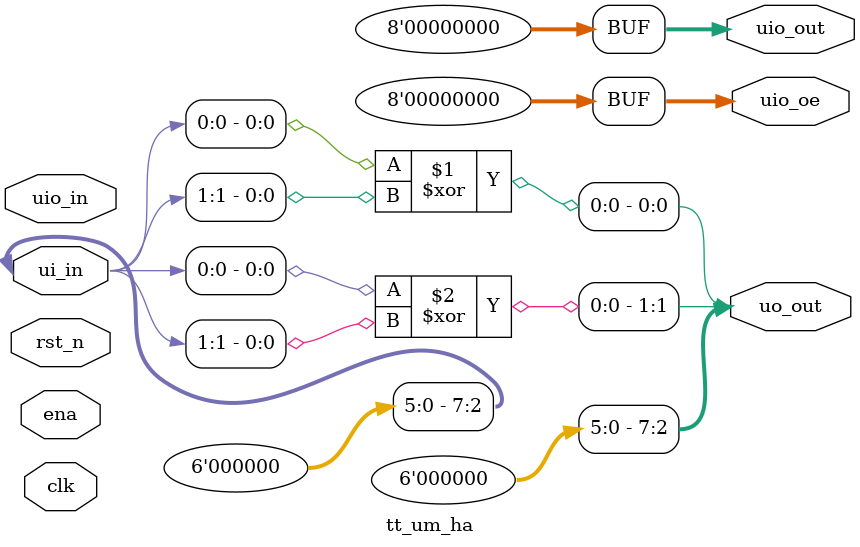
<source format=v>
/*
 * Copyright (c) 2024 Your Name
 * SPDX-License-Identifier: Apache-2.0
 */

`define default_netname none

module tt_um_ha (
    input  wire [7:0] ui_in,    // Dedicated inputs
    output wire [7:0] uo_out,   // Dedicated outputs
    input  wire [7:0] uio_in,   // IOs: Input path
    output wire [7:0] uio_out,  // IOs: Output path
    output wire [7:0] uio_oe,   // IOs: Enable path (active high: 0=input, 1=output)
    input  wire       ena,      // will go high when the design is enabled
    input  wire       clk,      // clock
    input  wire       rst_n     // reset_n - low to reset
);

  // All output pins must be assigned. If not used, assign to 0.
  //assign uo_out  = ui_in + uio_in;  // Example: ou_out is the sum of ui_in and uio_in
   assign ui_in[7:2]=6'b000000;
   assign uo_out[7:2]=6'b000000;
   assign uio_out = 0;
   assign uio_oe  = 0;
   assign uo_out[0] = ui_in[0] ^ ui_in[1];
   assign uo_out[1] = ui_in[0] ^ ui_in[1];
   endmodule

</source>
